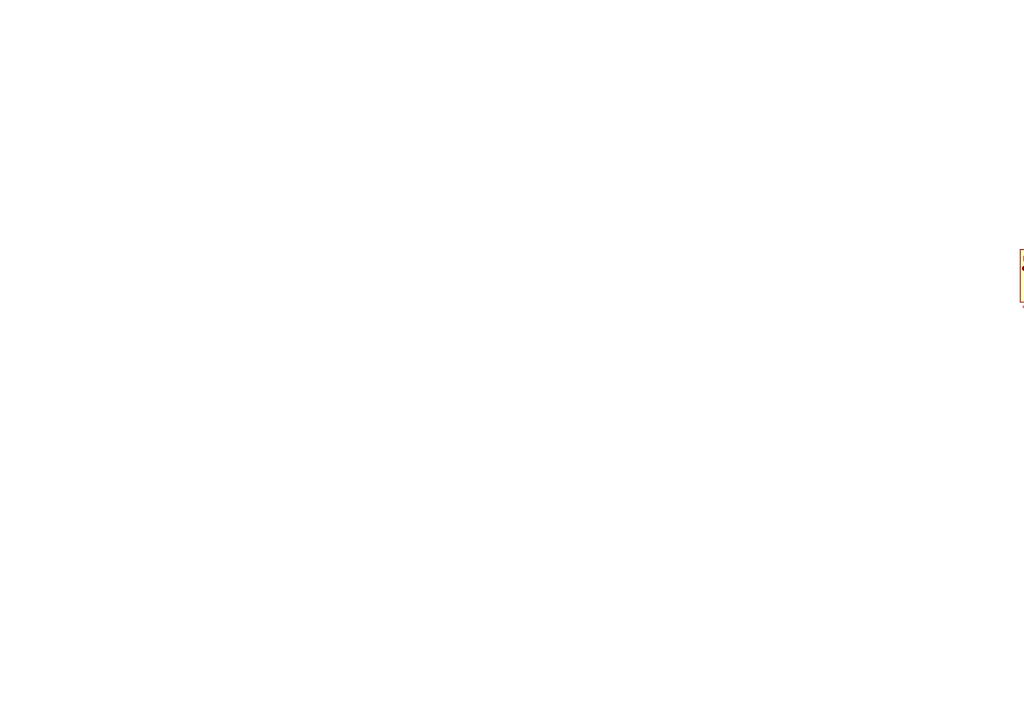
<source format=kicad_sch>
(kicad_sch (version 20250114) (generator "eeschema") (generator_version "9.0")
  (paper "A4")
  (lib_symbols
    (symbol "Connector:USB_B" (pin_names (offset 1.016))
      (property "Reference" "J" (at -5.08 11.43 0))
      (property "Value" "USB_B" (at -5.08 8.89 0))
      (symbol "USB_B_0_1"
        (rectangle (start -5.08 -7.62) (end 5.08 7.62) (stroke (width 0.254)) (fill (type background)))
        (polyline (pts (xy -4.064 4.318) (xy -2.286 4.318) (xy -2.286 5.715) (xy -2.667 6.096) (xy -3.683 6.096) (xy -4.064 5.715) (xy -4.064 4.318)))
        (rectangle (start -3.81 5.588) (end -2.54 4.572) (fill (type outline)))
        (circle (center -3.81 2.159) (radius 0.635) (stroke (width 0.254)) (fill (type outline)))
        (polyline (pts (xy -3.175 2.159) (xy -2.54 2.159) (xy -1.27 3.429) (xy -0.635 3.429)) (stroke (width 0.254)))
        (polyline (pts (xy -2.54 2.159) (xy -1.905 2.159) (xy -1.27 0.889) (xy 0 0.889)) (stroke (width 0.254)))
        (polyline (pts (xy -1.905 2.159) (xy 0.635 2.159)) (stroke (width 0.254)))
        (circle (center -0.635 3.429) (radius 0.381) (stroke (width 0.254)) (fill (type outline)))
        (rectangle (start -0.127 -7.62) (end 0.127 -6.858))
        (rectangle (start 0.254 1.27) (end -0.508 0.508) (stroke (width 0.254)) (fill (type outline)))
        (polyline (pts (xy 0.635 2.794) (xy 0.635 1.524) (xy 1.905 2.159) (xy 0.635 2.794)) (stroke (width 0.254)) (fill (type outline)))
        (rectangle (start 5.08 4.953) (end 4.318 5.207))
        (rectangle (start 5.08 -0.127) (end 4.318 0.127))
        (rectangle (start 5.08 -2.667) (end 4.318 -2.413))
      )
      (symbol "USB_B_1_1"
        (pin passive line (at -2.54 -10.16 90) (length 2.54) (name "Shield") (number "5"))
        (pin power_out line (at 0 -10.16 90) (length 2.54) (name "GND") (number "4"))
        (pin power_out line (at 7.62 5.08 180) (length 2.54) (name "VBUS") (number "1"))
        (pin bidirectional line (at 7.62 0 180) (length 2.54) (name "D+") (number "3"))
        (pin bidirectional line (at 7.62 -2.54 180) (length 2.54) (name "D-") (number "2"))
      )
    )
    (symbol "Switch:SW_Slide_DPDT" (pin_names (offset 0) (hide yes))
      (property "Reference" "SW" (at 0 6.858 0))
      (property "Value" "SW_Slide_DPDT" (at 0 -8.128 0))
      (symbol "SW_Slide_DPDT_0_0"
        (circle (center -2.032 5.08) (radius 0.508))
        (circle (center -2.032 -5.08) (radius 0.508))
        (circle (center 2.032 0) (radius 0.508))
        (circle (center 2.032 -5.08) (radius 0.508))
      )
      (symbol "SW_Slide_DPDT_0_1"
        (circle (center -2.032 0) (radius 0.508))
        (circle (center 2.032 5.08) (radius 0.508))
      )
      (symbol "SW_Slide_DPDT_1_1"
        (rectangle (start -1.397 5.588) (end -0.762 -0.508) (fill (type outline)))
        (rectangle (start 0.762 5.588) (end 1.397 -0.508) (fill (type outline)))
        (pin passive line (at -5.08 5.08 0) (length 2.54) (name "A") (number "1"))
        (pin passive line (at -5.08 0 0) (length 2.54) (name "B") (number "2"))
        (pin passive line (at -5.08 -5.08 0) (length 2.54) (name "C") (number "3"))
        (pin passive line (at 5.08 5.08 180) (length 2.54) (name "C") (number "6"))
        (pin passive line (at 5.08 0 180) (length 2.54) (name "B") (number "5"))
        (pin passive line (at 5.08 -5.08 180) (length 2.54) (name "A") (number "4"))
      )
    )
    (symbol "power:GND" (power) (pin_numbers (hide yes)) (pin_names (offset 0) (hide yes))
      (property "Value" "GND" (at 0 -3.81 0))
      (symbol "GND_0_1"
        (polyline (pts (xy 0 0) (xy 0 -1.27) (xy 1.27 -1.27) (xy 0 -2.54) (xy -1.27 -1.27) (xy 0 -1.27)))
      )
      (symbol "GND_1_1"
        (pin power_in line (at 0 0 270) (length 0) (name "~") (number "1"))
      )
    )
    (symbol "power:VCC" (power) (pin_numbers (hide yes)) (pin_names (offset 0) (hide yes))
      (property "Value" "VCC" (at 0 3.556 0))
      (symbol "VCC_0_1"
        (polyline (pts (xy -0.762 1.27) (xy 0 2.54)))
        (polyline (pts (xy 0 2.54) (xy 0.762 1.27)))
        (polyline (pts (xy 0 0) (xy 0 2.54)))
      )
      (symbol "VCC_1_1"
        (pin power_in line (at 0 0 90) (length 0) (name "~") (number "1"))
      )
    )
  )
  (wire (pts (xy 314.96 74.93) (xy 314.96 78.74)))
  (wire (pts (xy 308.61 74.93) (xy 314.96 74.93)))
  (wire (pts (xy 320.04 74.93) (xy 320.04 78.74)))
  (wire (pts (xy 300.99 90.17) (xy 300.99 97.79)))
  (wire (pts (xy 320.04 74.93) (xy 331.47 74.93)))
  (symbol (lib_id "Switch:SW_Slide_DPDT") (at 320.04 83.82 90) (mirror x) (unit 1)
    (property "Reference" "SW9" (at 326.39 85.0901 90) (effects (justify right)))
    (property "Value" "SW_Slide_DPDT" (at 326.39 82.5501 90) (effects (justify right)))
    (property "Footprint" "Button_Switch_THT:SW_CK_JS202011CQN_DPDT_Straight" (effects (hide yes)))
    (property "Description" "Slide Switch, dual pole double throw" (effects (hide yes)))
  )
  (symbol (lib_id "power:VCC") (at 331.47 74.93 270) (unit 1)
    (property "Reference" "#PWR016" (effects (hide yes)))
    (property "Value" "VCC" (at 335.28 74.93 90) (effects (justify left)))
  )
  (symbol (lib_id "power:GND") (at 300.99 97.79 0) (unit 1)
    (property "Reference" "#PWR014" (effects (hide yes)))
    (property "Value" "GND" (at 300.99 102.87 0))
    (property "Description" "Power symbol creates a global label with name \"GND\" , ground" (effects (hide yes)))
  )
  (symbol (lib_id "Connector:USB_B") (at 300.99 80.01 0) (unit 1)
    (property "Reference" "J4" (at 300.99 67.31 0))
    (property "Value" "USB_B" (at 300.99 69.85 0))
    (property "Footprint" "Connector_USB:USB_B_OST_USB-B1HSxx_Horizontal" (effects (hide yes)))
    (property "Description" "USB Type B connector" (effects (hide yes)))
  )
)
</source>
